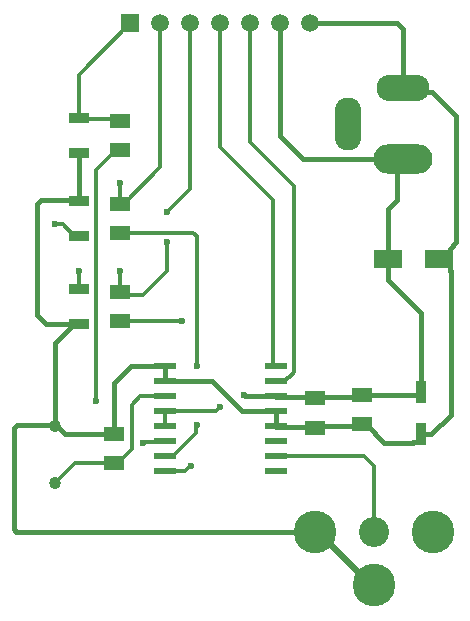
<source format=gbr>
G04*
G04 #@! TF.GenerationSoftware,Altium Limited,Altium Designer,22.4.2 (48)*
G04*
G04 Layer_Physical_Order=1*
G04 Layer_Color=255*
%FSLAX25Y25*%
%MOIN*%
G70*
G04*
G04 #@! TF.SameCoordinates,2A41B901-7CA2-4390-9F02-5F8C8343CA34*
G04*
G04*
G04 #@! TF.FilePolarity,Positive*
G04*
G01*
G75*
%ADD11C,0.01575*%
%ADD16R,0.07165X0.04567*%
%ADD17R,0.06811X0.03819*%
%ADD18R,0.09173X0.06142*%
%ADD19R,0.07800X0.02200*%
%ADD20R,0.03543X0.07284*%
%ADD35C,0.01181*%
%ADD36C,0.01968*%
%ADD37C,0.04055*%
%ADD38C,0.10039*%
%ADD39C,0.14236*%
%ADD40O,0.19685X0.09843*%
%ADD41O,0.17717X0.08858*%
%ADD42O,0.08858X0.17717*%
%ADD43C,0.05937*%
%ADD44R,0.05937X0.05937*%
%ADD45C,0.02362*%
D11*
X93303Y100020D02*
X93419Y99904D01*
X104803Y224410D02*
X133858D01*
X94803Y186693D02*
X102362Y179134D01*
X94803Y186693D02*
Y224410D01*
X102362Y179134D02*
X135827D01*
X133858Y224410D02*
X135827Y222441D01*
Y202756D02*
X137086Y201497D01*
X135827Y202756D02*
Y222441D01*
X153543Y151575D02*
Y193405D01*
X133858Y165391D02*
Y177465D01*
X130787Y162320D02*
X133858Y165391D01*
X145452Y201497D02*
X153543Y193405D01*
X137086Y201497D02*
X145452D01*
X106831Y90179D02*
X121515D01*
X105725Y99904D02*
X106299Y99330D01*
X93419Y99904D02*
X105725D01*
X106831Y99862D02*
X121515D01*
X93303Y90020D02*
Y95020D01*
X106299Y99330D02*
X106831Y99862D01*
X93303Y90020D02*
X93419Y89904D01*
X106042D02*
X106299Y89647D01*
X93419Y89904D02*
X106042D01*
X106299Y89647D02*
X106831Y90179D01*
X145053Y87402D02*
X151575Y93923D01*
X141732Y85532D02*
Y87402D01*
X145053D01*
X121515Y90179D02*
X122047Y90711D01*
X123346D01*
X121515Y99862D02*
X122047Y100394D01*
X123346Y90711D02*
X129411Y84646D01*
X138976D02*
X139075Y84744D01*
X129411Y84646D02*
X138976D01*
X122047Y100394D02*
X140945D01*
X139075Y84744D02*
X140945D01*
X141732Y101575D02*
Y127953D01*
Y101181D02*
Y101575D01*
X140945Y100394D02*
X141732Y101181D01*
X151575Y93923D02*
Y141732D01*
X140945Y84744D02*
X141732Y85532D01*
X130787Y138898D02*
Y145669D01*
Y138898D02*
X141732Y127953D01*
X148548Y146580D02*
X150064D01*
X151437Y141870D02*
X151575Y141732D01*
X149153Y145669D02*
X151437Y143386D01*
X130787Y145669D02*
Y162320D01*
X151437Y141870D02*
Y143386D01*
X147638Y145669D02*
X148548Y146580D01*
X151240Y149272D02*
X153543Y151575D01*
X151240Y147756D02*
Y149272D01*
X150064Y146580D02*
X151240Y147756D01*
X27559Y165276D02*
X27559Y165276D01*
X27559Y165276D02*
Y181260D01*
X27480Y165354D02*
X27559Y165276D01*
X19449Y90551D02*
X19685Y90315D01*
X20250D01*
X23046Y87519D01*
X39370D02*
Y104331D01*
X23046Y87519D02*
X39370D01*
X26063Y124094D02*
X27559D01*
X39370Y104331D02*
X45059Y110020D01*
X56303Y105020D02*
Y110020D01*
X45059D02*
X56303D01*
X19685Y90315D02*
Y117717D01*
X5906Y89398D02*
X7059Y90551D01*
X19685Y117717D02*
X26063Y124094D01*
X7059Y90551D02*
X19449D01*
X5906Y55844D02*
Y89398D01*
X13780Y127137D02*
Y164201D01*
X5906Y55844D02*
X6828Y54921D01*
X106299D01*
X13780Y164201D02*
X14933Y165354D01*
X16822Y124094D02*
X26063D01*
X14933Y165354D02*
X27480D01*
X13780Y127137D02*
X16822Y124094D01*
X83158Y100020D02*
X93303D01*
X72146Y105020D02*
X82146Y95020D01*
X82784Y100394D02*
X83158Y100020D01*
X56303Y105020D02*
X72146D01*
X82146Y95020D02*
X93303D01*
X82677Y100394D02*
X82784D01*
D16*
X39370Y87519D02*
D03*
Y77836D02*
D03*
X41339Y191850D02*
D03*
Y182166D02*
D03*
Y164290D02*
D03*
Y154607D02*
D03*
Y134763D02*
D03*
Y125080D02*
D03*
X106299Y99330D02*
D03*
Y89647D02*
D03*
X122047Y100394D02*
D03*
Y90711D02*
D03*
D17*
X27559Y181260D02*
D03*
Y192913D02*
D03*
X27559Y153622D02*
D03*
Y165276D02*
D03*
Y124094D02*
D03*
Y135748D02*
D03*
D18*
X130787Y145669D02*
D03*
X147638D02*
D03*
D19*
X93303Y110020D02*
D03*
Y105020D02*
D03*
Y100020D02*
D03*
Y95020D02*
D03*
Y90020D02*
D03*
Y85020D02*
D03*
Y80020D02*
D03*
Y75020D02*
D03*
X56303D02*
D03*
Y80020D02*
D03*
Y85020D02*
D03*
Y90020D02*
D03*
Y95020D02*
D03*
Y100020D02*
D03*
Y105020D02*
D03*
Y110020D02*
D03*
D20*
X141732Y101575D02*
D03*
Y87402D02*
D03*
D35*
X92520Y110135D02*
X92635Y110020D01*
X93303Y105020D02*
X96103D01*
X92635Y110020D02*
X93303D01*
X96103Y105020D02*
X97714Y106631D01*
X97977D01*
X99369Y108023D01*
X93303Y80020D02*
X122736D01*
X99369Y108023D02*
Y170317D01*
X92520Y110135D02*
Y165354D01*
X27559Y207165D02*
X44803Y224410D01*
X27559Y192913D02*
X28091Y192381D01*
X40807D01*
X33465Y175592D02*
X40039Y182166D01*
X41339D01*
X40807Y192381D02*
X41339Y191850D01*
X84803Y184882D02*
X99369Y170317D01*
X84803Y184882D02*
Y224410D01*
X54803Y176456D02*
Y224410D01*
X74803Y183071D02*
Y224410D01*
X64803Y169134D02*
Y224410D01*
X27559Y192913D02*
Y207165D01*
X19685Y157480D02*
X19760Y157405D01*
X22280D01*
X26063Y153622D01*
X27559D01*
X26418Y77836D02*
X39370D01*
X19685Y71102D02*
X26418Y77836D01*
X39370D02*
X40669D01*
X45276Y82442D01*
Y97272D01*
X48139Y100135D01*
X49213Y84646D02*
X49319D01*
X49577Y84904D01*
X48139Y100135D02*
X56187D01*
X49577Y84904D02*
X56187D01*
X56303Y85020D01*
X56187Y100135D02*
X56303Y100020D01*
Y80020D02*
X59103D01*
X56303Y75020D02*
X62889D01*
X64641Y76772D01*
X64961D01*
X33465Y98425D02*
Y175592D01*
X41339Y134763D02*
Y141732D01*
X27559Y135748D02*
Y141732D01*
X41339Y134763D02*
X42243Y133858D01*
X42638Y164290D02*
X54803Y176456D01*
X42243Y133858D02*
X49213D01*
X65776Y154607D02*
X66929Y153454D01*
X41339Y125080D02*
X61928D01*
X49213Y133858D02*
X57087Y141732D01*
X41339Y154607D02*
X65776D01*
X57087Y141732D02*
Y151575D01*
Y161417D02*
X64803Y169134D01*
X125984Y54921D02*
Y76772D01*
X122736Y80020D02*
X125984Y76772D01*
X74803Y183071D02*
X92520Y165354D01*
X66929Y110236D02*
Y153454D01*
X66854Y87770D02*
Y90476D01*
X59103Y80020D02*
X66854Y87770D01*
X56303Y90020D02*
Y95020D01*
X73366D01*
X66854Y90476D02*
X66929Y90551D01*
X73366Y95020D02*
X74803Y96457D01*
X41339Y164290D02*
X42638D01*
X41339D02*
Y171260D01*
D36*
X125000Y37205D02*
X125984D01*
X106299Y54921D02*
X107283D01*
X125000Y37205D01*
D37*
X19685Y71102D02*
D03*
Y90315D02*
D03*
D38*
X125984Y54921D02*
D03*
D39*
X106299D02*
D03*
X145669D02*
D03*
X125984Y37205D02*
D03*
D40*
X135827Y179134D02*
D03*
D41*
Y202756D02*
D03*
D42*
X117323Y190945D02*
D03*
D43*
X104803Y224410D02*
D03*
X84803D02*
D03*
X74803D02*
D03*
X64803D02*
D03*
X54803D02*
D03*
X94803D02*
D03*
D44*
X44803D02*
D03*
D45*
X41339Y141732D02*
D03*
X57087Y151575D02*
D03*
X19685Y157480D02*
D03*
X57087Y161417D02*
D03*
X41339Y171260D02*
D03*
X66929Y110236D02*
D03*
X82677Y100394D02*
D03*
X33465Y98425D02*
D03*
X74803Y96457D02*
D03*
X66929Y90551D02*
D03*
X49213Y84646D02*
D03*
X61928Y125080D02*
D03*
X27559Y141732D02*
D03*
X64961Y76772D02*
D03*
M02*

</source>
